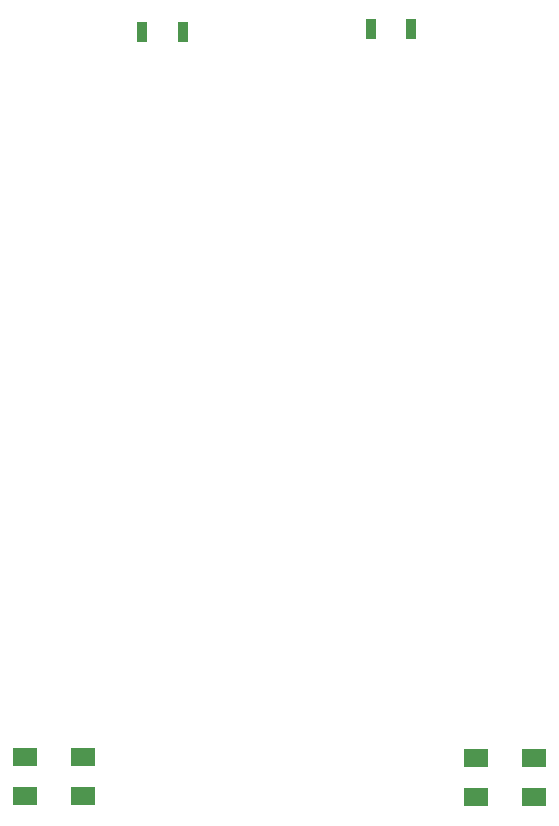
<source format=gtp>
G04 #@! TF.GenerationSoftware,KiCad,Pcbnew,7.0.1*
G04 #@! TF.CreationDate,2023-06-05T16:12:44-05:00*
G04 #@! TF.ProjectId,Pico Breakout Board,5069636f-2042-4726-9561-6b6f75742042,rev?*
G04 #@! TF.SameCoordinates,Original*
G04 #@! TF.FileFunction,Paste,Top*
G04 #@! TF.FilePolarity,Positive*
%FSLAX46Y46*%
G04 Gerber Fmt 4.6, Leading zero omitted, Abs format (unit mm)*
G04 Created by KiCad (PCBNEW 7.0.1) date 2023-06-05 16:12:44*
%MOMM*%
%LPD*%
G01*
G04 APERTURE LIST*
%ADD10R,0.900000X1.700000*%
%ADD11R,2.000000X1.500000*%
G04 APERTURE END LIST*
D10*
X142494000Y-58166000D03*
X145894000Y-58166000D03*
X123141000Y-58420000D03*
X126541000Y-58420000D03*
D11*
X151384000Y-119888000D03*
X151384000Y-123188000D03*
X156284000Y-123188000D03*
X156284000Y-119888000D03*
X118110000Y-119761000D03*
X118110000Y-123061000D03*
X113210000Y-123061000D03*
X113210000Y-119761000D03*
M02*

</source>
